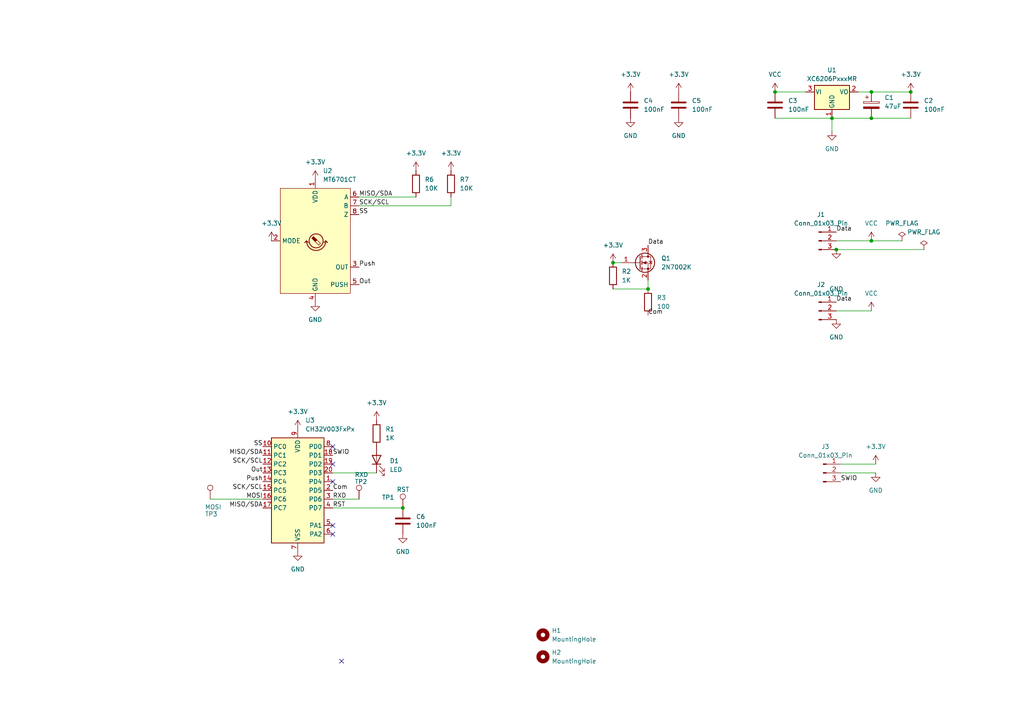
<source format=kicad_sch>
(kicad_sch (version 20231120) (generator "eeschema") (generator_version "8.0")
  (paper "A4")
  (lib_symbols
    (symbol "Connector:Conn_01x03_Pin" (pin_names (offset 1.016) hide)
      (property "Reference" "J" (at 0 5.08 0))
      (property "Value" "Conn_01x03_Pin" (at 0 -5.08 0))
      (symbol "Conn_01x03_Pin_1_1"
        (polyline (pts (xy 1.27 -2.54) (xy 0.8636 -2.54)) (stroke (width 0.1524)))
        (polyline (pts (xy 1.27 0) (xy 0.8636 0)) (stroke (width 0.1524)))
        (polyline (pts (xy 1.27 2.54) (xy 0.8636 2.54)) (stroke (width 0.1524)))
        (rectangle (start 0.8636 -2.413) (end 0 -2.667) (stroke (width 0.1524)) (fill (type outline)))
        (rectangle (start 0.8636 0.127) (end 0 -0.127) (stroke (width 0.1524)) (fill (type outline)))
        (rectangle (start 0.8636 2.667) (end 0 2.413) (stroke (width 0.1524)) (fill (type outline)))
        (pin passive line (at 5.08 2.54 180) (length 3.81) (name "Pin_1") (number "1"))
        (pin passive line (at 5.08 0 180) (length 3.81) (name "Pin_2") (number "2"))
        (pin passive line (at 5.08 -2.54 180) (length 3.81) (name "Pin_3") (number "3"))
      )
    )
    (symbol "Connector:TestPoint" (pin_numbers hide) (pin_names (offset 0.762) hide)
      (property "Reference" "TP" (at 0 6.858 0))
      (property "Value" "TestPoint" (at 0 5.08 0))
      (symbol "TestPoint_0_1"
        (circle (center 0 3.302) (radius 0.762))
      )
      (symbol "TestPoint_1_1"
        (pin passive line (at 0 0 90) (length 2.54) (name "1") (number "1"))
      )
    )
    (symbol "Device:C" (pin_numbers hide) (pin_names (offset 0.254))
      (property "Reference" "C" (at 0.635 2.54 0))
      (property "Value" "C" (at 0.635 -2.54 0))
      (symbol "C_0_1"
        (polyline (pts (xy -2.032 -0.762) (xy 2.032 -0.762)) (stroke (width 0.508)))
        (polyline (pts (xy -2.032 0.762) (xy 2.032 0.762)) (stroke (width 0.508)))
      )
      (symbol "C_1_1"
        (pin passive line (at 0 3.81 270) (length 2.794) (name "~") (number "1"))
        (pin passive line (at 0 -3.81 90) (length 2.794) (name "~") (number "2"))
      )
    )
    (symbol "Device:C_Polarized" (pin_numbers hide) (pin_names (offset 0.254))
      (property "Reference" "C" (at 0.635 2.54 0))
      (property "Value" "C_Polarized" (at 0.635 -2.54 0))
      (symbol "C_Polarized_0_1"
        (rectangle (start -2.286 0.508) (end 2.286 1.016))
        (polyline (pts (xy -1.778 2.286) (xy -0.762 2.286)))
        (polyline (pts (xy -1.27 2.794) (xy -1.27 1.778)))
        (rectangle (start 2.286 -0.508) (end -2.286 -1.016) (fill (type outline)))
      )
      (symbol "C_Polarized_1_1"
        (pin passive line (at 0 3.81 270) (length 2.794) (name "~") (number "1"))
        (pin passive line (at 0 -3.81 90) (length 2.794) (name "~") (number "2"))
      )
    )
    (symbol "Device:LED" (pin_numbers hide) (pin_names (offset 1.016) hide)
      (property "Reference" "D" (at 0 2.54 0))
      (property "Value" "LED" (at 0 -2.54 0))
      (symbol "LED_0_1"
        (polyline (pts (xy -1.27 -1.27) (xy -1.27 1.27)) (stroke (width 0.254)))
        (polyline (pts (xy -1.27 0) (xy 1.27 0)))
        (polyline (pts (xy 1.27 -1.27) (xy 1.27 1.27) (xy -1.27 0) (xy 1.27 -1.27)) (stroke (width 0.254)))
        (polyline (pts (xy -3.048 -0.762) (xy -4.572 -2.286) (xy -3.81 -2.286) (xy -4.572 -2.286) (xy -4.572 -1.524)))
        (polyline (pts (xy -1.778 -0.762) (xy -3.302 -2.286) (xy -2.54 -2.286) (xy -3.302 -2.286) (xy -3.302 -1.524)))
      )
      (symbol "LED_1_1"
        (pin passive line (at -3.81 0 0) (length 2.54) (name "K") (number "1"))
        (pin passive line (at 3.81 0 180) (length 2.54) (name "A") (number "2"))
      )
    )
    (symbol "Device:R" (pin_numbers hide) (pin_names (offset 0))
      (property "Reference" "R" (at 2.032 0 90))
      (property "Value" "R" (at 0 0 90))
      (symbol "R_0_1"
        (rectangle (start -1.016 -2.54) (end 1.016 2.54) (stroke (width 0.254)))
      )
      (symbol "R_1_1"
        (pin passive line (at 0 3.81 270) (length 1.27) (name "~") (number "1"))
        (pin passive line (at 0 -3.81 90) (length 1.27) (name "~") (number "2"))
      )
    )
    (symbol "MCU_WCH_CH32V0:CH32V003FxPx"
      (property "Reference" "U" (at -7.62 17.78 0))
      (property "Value" "CH32V003FxPx" (at 7.62 17.78 0))
      (symbol "CH32V003FxPx_1_1"
        (rectangle (start -7.62 15.24) (end 7.62 -15.24) (stroke (width 0.254)) (fill (type background)))
        (pin bidirectional line (at 10.16 2.54 180) (length 2.54) (name "PD4") (number "1"))
        (pin bidirectional line (at -10.16 12.7 0) (length 2.54) (name "PC0") (number "10"))
        (pin bidirectional line (at -10.16 10.16 0) (length 2.54) (name "PC1") (number "11"))
        (pin bidirectional line (at -10.16 7.62 0) (length 2.54) (name "PC2") (number "12"))
        (pin bidirectional line (at -10.16 5.08 0) (length 2.54) (name "PC3") (number "13"))
        (pin bidirectional line (at -10.16 2.54 0) (length 2.54) (name "PC4") (number "14"))
        (pin bidirectional line (at -10.16 0 0) (length 2.54) (name "PC5") (number "15"))
        (pin bidirectional line (at -10.16 -2.54 0) (length 2.54) (name "PC6") (number "16"))
        (pin bidirectional line (at -10.16 -5.08 0) (length 2.54) (name "PC7") (number "17"))
        (pin bidirectional line (at 10.16 10.16 180) (length 2.54) (name "PD1") (number "18"))
        (pin bidirectional line (at 10.16 7.62 180) (length 2.54) (name "PD2") (number "19"))
        (pin bidirectional line (at 10.16 0 180) (length 2.54) (name "PD5") (number "2"))
        (pin bidirectional line (at 10.16 5.08 180) (length 2.54) (name "PD3") (number "20"))
        (pin bidirectional line (at 10.16 -2.54 180) (length 2.54) (name "PD6") (number "3"))
        (pin bidirectional line (at 10.16 -5.08 180) (length 2.54) (name "PD7") (number "4"))
        (pin bidirectional line (at 10.16 -10.16 180) (length 2.54) (name "PA1") (number "5"))
        (pin bidirectional line (at 10.16 -12.7 180) (length 2.54) (name "PA2") (number "6"))
        (pin power_in line (at 0 -17.78 90) (length 2.54) (name "VSS") (number "7"))
        (pin bidirectional line (at 10.16 12.7 180) (length 2.54) (name "PD0") (number "8"))
        (pin power_in line (at 0 17.78 270) (length 2.54) (name "VDD") (number "9"))
      )
    )
    (symbol "Mechanical:MountingHole" (pin_names (offset 1.016)) (exclude_from_sim yes) (in_bom no)
      (property "Reference" "H" (at 0 5.08 0))
      (property "Value" "MountingHole" (at 0 3.175 0))
      (symbol "MountingHole_0_1"
        (circle (center 0 0) (radius 1.27) (stroke (width 1.27)))
      )
    )
    (symbol "Regulator_Linear:XC6206PxxxMR" (pin_names (offset 0.254))
      (property "Reference" "U" (at -3.81 3.175 0))
      (property "Value" "XC6206PxxxMR" (at 0 3.175 0))
      (symbol "XC6206PxxxMR_0_1"
        (rectangle (start -5.08 1.905) (end 5.08 -5.08) (stroke (width 0.254)) (fill (type background)))
      )
      (symbol "XC6206PxxxMR_1_1"
        (pin power_in line (at 0 -7.62 90) (length 2.54) (name "GND") (number "1"))
        (pin power_out line (at 7.62 0 180) (length 2.54) (name "VO") (number "2"))
        (pin power_in line (at -7.62 0 0) (length 2.54) (name "VI") (number "3"))
      )
    )
    (symbol "Sensor_Magnetic:MT6701CT"
      (property "Reference" "U" (at -9.6632 16.4397 0))
      (property "Value" "MT6701CT" (at 5.5155 16.4397 0))
      (symbol "MT6701CT_0_1"
        (arc (start -2.54 0) (mid 0.254 -2.7819) (end 3.048 0) (stroke (width 0.254)))
        (polyline (pts (xy -2.54 0) (xy -3.048 -0.508)) (stroke (width 0.254)))
        (polyline (pts (xy -2.54 0) (xy -2.032 -0.508)) (stroke (width 0.254)))
        (polyline (pts (xy 3.048 0) (xy 2.54 -0.508)) (stroke (width 0.254)))
        (polyline (pts (xy 3.048 0) (xy 3.556 -0.508)) (stroke (width 0.254)))
      )
      (symbol "MT6701CT_1_1"
        (rectangle (start -10.16 15.24) (end 10.16 -15.24) (fill (type background)))
        (polyline (pts (xy 0.508 0.254) (xy 1.524 -0.762) (xy 1.016 -1.27) (xy 0 -0.254)))
        (polyline (pts (xy -0.508 1.27) (xy 0.508 0.254) (xy 0 -0.254) (xy -1.016 0.762) (xy -0.762 1.016) (xy -0.508 1.27) (xy -0.381 1.143)) (fill (type outline)))
        (circle (center 0.254 0) (radius 2.032) (stroke (width 0.254)))
        (pin power_in line (at 0 17.78 270) (length 2.54) (name "VDD") (number "1"))
        (pin input line (at -12.7 0 0) (length 2.54) (name "MODE") (number "2"))
        (pin output line (at 12.7 -7.62 180) (length 2.54) (name "OUT") (number "3"))
        (pin power_in line (at 0 -17.78 90) (length 2.54) (name "GND") (number "4"))
        (pin output line (at 12.7 -12.7 180) (length 2.54) (name "PUSH") (number "5"))
        (pin output line (at 12.7 12.7 180) (length 2.54) (name "A") (number "6"))
        (pin output line (at 12.7 10.16 180) (length 2.54) (name "B") (number "7"))
        (pin output line (at 12.7 7.62 180) (length 2.54) (name "Z") (number "8"))
      )
    )
    (symbol "Transistor_FET:2N7002K" (pin_names hide)
      (property "Reference" "Q" (at 5.08 1.905 0))
      (property "Value" "2N7002K" (at 5.08 0 0))
      (symbol "2N7002K_0_1"
        (polyline (pts (xy 0.254 0) (xy -2.54 0)))
        (polyline (pts (xy 0.254 1.905) (xy 0.254 -1.905)) (stroke (width 0.254)))
        (polyline (pts (xy 0.762 -1.27) (xy 0.762 -2.286)) (stroke (width 0.254)))
        (polyline (pts (xy 0.762 0.508) (xy 0.762 -0.508)) (stroke (width 0.254)))
        (polyline (pts (xy 0.762 2.286) (xy 0.762 1.27)) (stroke (width 0.254)))
        (polyline (pts (xy 2.54 2.54) (xy 2.54 1.778)))
        (polyline (pts (xy 2.54 -2.54) (xy 2.54 0) (xy 0.762 0)))
        (polyline (pts (xy 0.762 -1.778) (xy 3.302 -1.778) (xy 3.302 1.778) (xy 0.762 1.778)))
        (polyline (pts (xy 1.016 0) (xy 2.032 0.381) (xy 2.032 -0.381) (xy 1.016 0)) (fill (type outline)))
        (polyline (pts (xy 2.794 0.508) (xy 2.921 0.381) (xy 3.683 0.381) (xy 3.81 0.254)))
        (polyline (pts (xy 3.302 0.381) (xy 2.921 -0.254) (xy 3.683 -0.254) (xy 3.302 0.381)))
        (circle (center 1.651 0) (radius 2.794) (stroke (width 0.254)))
        (circle (center 2.54 -1.778) (radius 0.254) (fill (type outline)))
        (circle (center 2.54 1.778) (radius 0.254) (fill (type outline)))
      )
      (symbol "2N7002K_1_1"
        (pin input line (at -5.08 0 0) (length 2.54) (name "G") (number "1"))
        (pin passive line (at 2.54 -5.08 90) (length 2.54) (name "S") (number "2"))
        (pin passive line (at 2.54 5.08 270) (length 2.54) (name "D") (number "3"))
      )
    )
    (symbol "power:+3.3V" (power) (pin_numbers hide) (pin_names (offset 0) hide)
      (property "Value" "+3.3V" (at 0 3.556 0))
      (symbol "+3.3V_0_1"
        (polyline (pts (xy -0.762 1.27) (xy 0 2.54)))
        (polyline (pts (xy 0 0) (xy 0 2.54)))
        (polyline (pts (xy 0 2.54) (xy 0.762 1.27)))
      )
      (symbol "+3.3V_1_1"
        (pin power_in line (at 0 0 90) (length 0) (name "~") (number "1"))
      )
    )
    (symbol "power:GND" (power) (pin_numbers hide) (pin_names (offset 0) hide)
      (property "Value" "GND" (at 0 -3.81 0))
      (symbol "GND_0_1"
        (polyline (pts (xy 0 0) (xy 0 -1.27) (xy 1.27 -1.27) (xy 0 -2.54) (xy -1.27 -1.27) (xy 0 -1.27)))
      )
      (symbol "GND_1_1"
        (pin power_in line (at 0 0 270) (length 0) (name "~") (number "1"))
      )
    )
    (symbol "power:PWR_FLAG" (power) (pin_numbers hide) (pin_names (offset 0) hide)
      (property "Value" "PWR_FLAG" (at 0 3.81 0))
      (symbol "PWR_FLAG_0_0"
        (pin power_out line (at 0 0 90) (length 0) (name "~") (number "1"))
      )
      (symbol "PWR_FLAG_0_1"
        (polyline (pts (xy 0 0) (xy 0 1.27) (xy -1.016 1.905) (xy 0 2.54) (xy 1.016 1.905) (xy 0 1.27)))
      )
    )
    (symbol "power:VCC" (power) (pin_numbers hide) (pin_names (offset 0) hide)
      (property "Value" "VCC" (at 0 3.556 0))
      (symbol "VCC_0_1"
        (polyline (pts (xy -0.762 1.27) (xy 0 2.54)))
        (polyline (pts (xy 0 0) (xy 0 2.54)))
        (polyline (pts (xy 0 2.54) (xy 0.762 1.27)))
      )
      (symbol "VCC_1_1"
        (pin power_in line (at 0 0 90) (length 0) (name "~") (number "1"))
      )
    )
  )
  (junction (at 177.8 76.2))
  (junction (at 116.84 147.32))
  (junction (at 224.79 26.67))
  (junction (at 264.16 26.67))
  (junction (at 252.73 69.85))
  (junction (at 252.73 34.29))
  (junction (at 252.73 26.67))
  (junction (at 187.96 83.82))
  (junction (at 241.3 34.29))
  (junction (at 242.57 72.39))
  (no_connect (at 96.52 152.4))
  (no_connect (at 96.52 129.54))
  (no_connect (at 99.06 191.77))
  (no_connect (at 96.52 134.62))
  (no_connect (at 96.52 139.7))
  (no_connect (at 96.52 154.94))
  (wire (pts (xy 242.57 90.17) (xy 252.73 90.17)))
  (wire (pts (xy 243.84 137.16) (xy 254 137.16)))
  (wire (pts (xy 104.14 57.15) (xy 120.65 57.15)))
  (wire (pts (xy 224.79 26.67) (xy 233.68 26.67)))
  (wire (pts (xy 177.8 76.2) (xy 180.34 76.2)))
  (wire (pts (xy 104.14 59.69) (xy 130.81 59.69)))
  (wire (pts (xy 96.52 147.32) (xy 116.84 147.32)))
  (wire (pts (xy 242.57 72.39) (xy 267.97 72.39)))
  (wire (pts (xy 248.92 26.67) (xy 252.73 26.67)))
  (wire (pts (xy 241.3 34.29) (xy 241.3 38.1)))
  (wire (pts (xy 177.8 83.82) (xy 187.96 83.82)))
  (wire (pts (xy 252.73 34.29) (xy 264.16 34.29)))
  (wire (pts (xy 242.57 69.85) (xy 252.73 69.85)))
  (wire (pts (xy 241.3 34.29) (xy 252.73 34.29)))
  (wire (pts (xy 252.73 26.67) (xy 264.16 26.67)))
  (wire (pts (xy 130.81 59.69) (xy 130.81 57.15)))
  (wire (pts (xy 252.73 69.85) (xy 261.62 69.85)))
  (wire (pts (xy 60.96 144.78) (xy 76.2 144.78)))
  (wire (pts (xy 187.96 81.28) (xy 187.96 83.82)))
  (wire (pts (xy 96.52 137.16) (xy 109.22 137.16)))
  (wire (pts (xy 224.79 34.29) (xy 241.3 34.29)))
  (wire (pts (xy 243.84 134.62) (xy 254 134.62)))
  (wire (pts (xy 96.52 144.78) (xy 104.14 144.78)))
  (label "RXD" (at 96.52 144.78 0))
  (label "MISO{slash}SDA" (at 76.2 132.08 180))
  (label "SCK{slash}SCL" (at 104.14 59.69 0))
  (label "Push" (at 76.2 139.7 180))
  (label "RST" (at 96.52 147.32 0))
  (label "Com" (at 187.96 91.44 0))
  (label "MISO{slash}SDA" (at 104.14 57.15 0))
  (label "Push" (at 104.14 77.47 0))
  (label "Out" (at 76.2 137.16 180))
  (label "Com" (at 96.52 142.24 0))
  (label "Data" (at 242.57 87.63 0))
  (label "Data" (at 187.96 71.12 0))
  (label "Out" (at 104.14 82.55 0))
  (label "SCK{slash}SCL" (at 76.2 134.62 180))
  (label "SCK{slash}SCL" (at 76.2 142.24 180))
  (label "SWIO" (at 96.52 132.08 0))
  (label "MOSI" (at 76.2 144.78 180))
  (label "SWIO" (at 243.84 139.7 0))
  (label "Data" (at 242.57 67.31 0))
  (label "SS" (at 104.14 62.23 0))
  (label "SS" (at 76.2 129.54 180))
  (label "MISO{slash}SDA" (at 76.2 147.32 180))
  (symbol (lib_id "power:VCC") (at 252.73 90.17 0) (unit 1)
    (property "Reference" "#PWR06" (effects (hide yes)))
    (property "Value" "VCC" (at 252.73 85.09 0))
    (property "Description" "Power symbol creates a global label with name \"VCC\"" (effects (hide yes)))
  )
  (symbol (lib_id "power:+3.3V") (at 254 134.62 0) (unit 1)
    (property "Reference" "#PWR015" (effects (hide yes)))
    (property "Value" "+3.3V" (at 254 129.54 0))
    (property "Description" "Power symbol creates a global label with name \"+3.3V\"" (effects (hide yes)))
  )
  (symbol (lib_id "Device:C") (at 224.79 30.48 0) (unit 1)
    (property "Reference" "C3" (at 228.6 29.2099 0) (effects (justify left)))
    (property "Value" "100nF" (at 228.6 31.7499 0) (effects (justify left)))
    (property "Footprint" "Capacitor_SMD:C_0603_1608Metric_Pad1.08x0.95mm_HandSolder" (effects (hide yes)))
    (property "Description" "Unpolarized capacitor" (effects (hide yes)))
  )
  (symbol (lib_id "power:PWR_FLAG") (at 267.97 72.39 0) (unit 1)
    (property "Reference" "#FLG03" (effects (hide yes)))
    (property "Value" "PWR_FLAG" (at 267.97 67.31 0))
    (property "Description" "Special symbol for telling ERC where power comes from" (effects (hide yes)))
  )
  (symbol (lib_id "power:+3.3V") (at 78.74 69.85 0) (unit 1)
    (property "Reference" "#PWR022" (effects (hide yes)))
    (property "Value" "+3.3V" (at 78.74 64.77 0))
    (property "Description" "Power symbol creates a global label with name \"+3.3V\"" (effects (hide yes)))
  )
  (symbol (lib_id "power:GND") (at 91.44 87.63 0) (unit 1)
    (property "Reference" "#PWR08" (effects (hide yes)))
    (property "Value" "GND" (at 91.44 92.71 0))
    (property "Description" "Power symbol creates a global label with name \"GND\" , ground" (effects (hide yes)))
  )
  (symbol (lib_id "Device:C") (at 264.16 30.48 0) (unit 1)
    (property "Reference" "C2" (at 267.97 29.2099 0) (effects (justify left)))
    (property "Value" "100nF" (at 267.97 31.7499 0) (effects (justify left)))
    (property "Footprint" "Capacitor_SMD:C_0603_1608Metric_Pad1.08x0.95mm_HandSolder" (effects (hide yes)))
    (property "Description" "Unpolarized capacitor" (effects (hide yes)))
  )
  (symbol (lib_id "power:GND") (at 242.57 72.39 0) (unit 1)
    (property "Reference" "#PWR07" (effects (hide yes)))
    (property "Value" "GND" (at 242.57 83.82 0))
    (property "Description" "Power symbol creates a global label with name \"GND\" , ground" (effects (hide yes)))
  )
  (symbol (lib_id "Device:R") (at 177.8 80.01 0) (unit 1)
    (property "Reference" "R2" (at 180.34 78.7399 0) (effects (justify left)))
    (property "Value" "1K" (at 180.34 81.2799 0) (effects (justify left)))
    (property "Footprint" "Resistor_SMD:R_0603_1608Metric_Pad0.98x0.95mm_HandSolder" (effects (hide yes)))
    (property "Description" "Resistor" (effects (hide yes)))
  )
  (symbol (lib_id "power:VCC") (at 224.79 26.67 0) (unit 1)
    (property "Reference" "#PWR04" (effects (hide yes)))
    (property "Value" "VCC" (at 224.79 21.59 0))
    (property "Description" "Power symbol creates a global label with name \"VCC\"" (effects (hide yes)))
  )
  (symbol (lib_id "Device:R") (at 109.22 125.73 0) (unit 1)
    (property "Reference" "R1" (at 111.76 124.4599 0) (effects (justify left)))
    (property "Value" "1K" (at 111.76 126.9999 0) (effects (justify left)))
    (property "Footprint" "Resistor_SMD:R_0603_1608Metric_Pad0.98x0.95mm_HandSolder" (effects (hide yes)))
    (property "Description" "Resistor" (effects (hide yes)))
  )
  (symbol (lib_id "Connector:Conn_01x03_Pin") (at 238.76 137.16 0) (unit 1)
    (property "Reference" "J3" (at 239.395 129.54 0))
    (property "Value" "Conn_01x03_Pin" (at 239.395 132.08 0))
    (property "Footprint" "Connector_PinHeader_2.54mm:PinHeader_1x03_P2.54mm_Vertical" (effects (hide yes)))
    (property "Description" "Generic connector, single row, 01x03, script generated" (effects (hide yes)))
  )
  (symbol (lib_id "Connector:TestPoint") (at 104.14 144.78 0) (unit 1)
    (property "Reference" "TP2" (at 102.87 139.7 0) (effects (justify left)))
    (property "Value" "RXD" (at 102.87 137.668 0) (effects (justify left)))
    (property "Footprint" "TestPoint:TestPoint_Pad_D1.0mm" (effects (hide yes)))
    (property "Description" "test point" (effects (hide yes)))
  )
  (symbol (lib_id "power:GND") (at 242.57 92.71 0) (unit 1)
    (property "Reference" "#PWR02" (effects (hide yes)))
    (property "Value" "GND" (at 242.57 97.79 0))
    (property "Description" "Power symbol creates a global label with name \"GND\" , ground" (effects (hide yes)))
  )
  (symbol (lib_id "Sensor_Magnetic:MT6701CT") (at 91.44 69.85 0) (unit 1)
    (property "Reference" "U2" (at 93.6341 49.53 0) (effects (justify left)))
    (property "Value" "MT6701CT" (at 93.6341 52.07 0) (effects (justify left)))
    (property "Footprint" "Package_SO:SO-8_3.9x4.9mm_P1.27mm" (effects (hide yes)))
    (property "Datasheet" "https://www.magntek.com.cn/upload/MT6701_Rev.1.5.pdf" (effects (hide yes)))
    (property "Description" "Hall Based Angle Position Encoder Sensor, I2C, SSI, ABZ & UVW interfaces, 3.3..5V supply, SOIC-8" (effects (hide yes)))
  )
  (symbol (lib_id "power:+3.3V") (at 86.36 124.46 0) (unit 1)
    (property "Reference" "#PWR027" (effects (hide yes)))
    (property "Value" "+3.3V" (at 86.36 119.38 0))
    (property "Description" "Power symbol creates a global label with name \"+3.3V\"" (effects (hide yes)))
  )
  (symbol (lib_id "power:GND") (at 116.84 154.94 0) (unit 1)
    (property "Reference" "#PWR021" (effects (hide yes)))
    (property "Value" "GND" (at 116.84 160.02 0))
    (property "Description" "Power symbol creates a global label with name \"GND\" , ground" (effects (hide yes)))
  )
  (symbol (lib_id "power:+3.3V") (at 177.8 76.2 0) (unit 1)
    (property "Reference" "#PWR013" (effects (hide yes)))
    (property "Value" "+3.3V" (at 177.8 71.12 0))
    (property "Description" "Power symbol creates a global label with name \"+3.3V\"" (effects (hide yes)))
  )
  (symbol (lib_id "Transistor_FET:2N7002K") (at 185.42 76.2 0) (unit 1)
    (property "Reference" "Q1" (at 191.77 74.9299 0) (effects (justify left)))
    (property "Value" "2N7002K" (at 191.77 77.4699 0) (effects (justify left)))
    (property "Footprint" "Package_TO_SOT_SMD:SOT-23" (effects (hide yes)))
    (property "Datasheet" "https://www.diodes.com/assets/Datasheets/ds30896.pdf" (effects (hide yes)))
    (property "Description" "0.38A Id, 60V Vds, N-Channel MOSFET, SOT-23" (effects (hide yes)))
  )
  (symbol (lib_id "Device:LED") (at 109.22 133.35 90) (unit 1)
    (property "Reference" "D1" (at 113.03 133.6674 90) (effects (justify right)))
    (property "Value" "LED" (at 113.03 136.2074 90) (effects (justify right)))
    (property "Footprint" "LED_SMD:LED_0603_1608Metric_Pad1.05x0.95mm_HandSolder" (effects (hide yes)))
    (property "Description" "Light emitting diode" (effects (hide yes)))
  )
  (symbol (lib_id "Device:C") (at 182.88 30.48 0) (unit 1)
    (property "Reference" "C4" (at 186.69 29.2099 0) (effects (justify left)))
    (property "Value" "100nF" (at 186.69 31.7499 0) (effects (justify left)))
    (property "Footprint" "Capacitor_SMD:C_0603_1608Metric_Pad1.08x0.95mm_HandSolder" (effects (hide yes)))
    (property "Description" "Unpolarized capacitor" (effects (hide yes)))
  )
  (symbol (lib_id "power:PWR_FLAG") (at 261.62 69.85 0) (unit 1)
    (property "Reference" "#FLG02" (effects (hide yes)))
    (property "Value" "PWR_FLAG" (at 261.62 64.77 0))
    (property "Description" "Special symbol for telling ERC where power comes from" (effects (hide yes)))
  )
  (symbol (lib_id "Connector:TestPoint") (at 116.84 147.32 0) (unit 1)
    (property "Reference" "TP1" (at 110.744 144.272 0) (effects (justify left)))
    (property "Value" "RST" (at 115.062 141.986 0) (effects (justify left)))
    (property "Footprint" "Connector_PinHeader_2.54mm:PinHeader_1x01_P2.54mm_Vertical" (effects (hide yes)))
    (property "Description" "test point" (effects (hide yes)))
  )
  (symbol (lib_id "power:+3.3V") (at 91.44 52.07 0) (unit 1)
    (property "Reference" "#PWR011" (effects (hide yes)))
    (property "Value" "+3.3V" (at 91.44 46.99 0))
    (property "Description" "Power symbol creates a global label with name \"+3.3V\"" (effects (hide yes)))
  )
  (symbol (lib_id "power:+3.3V") (at 196.85 26.67 0) (unit 1)
    (property "Reference" "#PWR018" (effects (hide yes)))
    (property "Value" "+3.3V" (at 196.85 21.59 0))
    (property "Description" "Power symbol creates a global label with name \"+3.3V\"" (effects (hide yes)))
  )
  (symbol (lib_id "power:+3.3V") (at 120.65 49.53 0) (unit 1)
    (property "Reference" "#PWR024" (effects (hide yes)))
    (property "Value" "+3.3V" (at 120.65 44.45 0))
    (property "Description" "Power symbol creates a global label with name \"+3.3V\"" (effects (hide yes)))
  )
  (symbol (lib_id "power:VCC") (at 252.73 69.85 0) (unit 1)
    (property "Reference" "#PWR05" (effects (hide yes)))
    (property "Value" "VCC" (at 252.73 64.77 0))
    (property "Description" "Power symbol creates a global label with name \"VCC\"" (effects (hide yes)))
  )
  (symbol (lib_id "Mechanical:MountingHole") (at 157.48 184.15 0) (unit 1) (exclude_from_sim yes) (in_bom no)
    (property "Reference" "H1" (at 160.02 182.8799 0) (effects (justify left)))
    (property "Value" "MountingHole" (at 160.02 185.4199 0) (effects (justify left)))
    (property "Footprint" "MountingHole:MountingHole_2.2mm_M2_DIN965" (effects (hide yes)))
    (property "Description" "Mounting Hole without connection" (effects (hide yes)))
  )
  (symbol (lib_id "power:GND") (at 254 137.16 0) (unit 1)
    (property "Reference" "#PWR014" (effects (hide yes)))
    (property "Value" "GND" (at 254 142.24 0))
    (property "Description" "Power symbol creates a global label with name \"GND\" , ground" (effects (hide yes)))
  )
  (symbol (lib_id "power:GND") (at 182.88 34.29 0) (unit 1)
    (property "Reference" "#PWR017" (effects (hide yes)))
    (property "Value" "GND" (at 182.88 39.37 0))
    (property "Description" "Power symbol creates a global label with name \"GND\" , ground" (effects (hide yes)))
  )
  (symbol (lib_id "power:GND") (at 196.85 34.29 0) (unit 1)
    (property "Reference" "#PWR019" (effects (hide yes)))
    (property "Value" "GND" (at 196.85 39.37 0))
    (property "Description" "Power symbol creates a global label with name \"GND\" , ground" (effects (hide yes)))
  )
  (symbol (lib_id "Device:R") (at 187.96 87.63 0) (unit 1)
    (property "Reference" "R3" (at 190.5 86.3599 0) (effects (justify left)))
    (property "Value" "100" (at 190.5 88.8999 0) (effects (justify left)))
    (property "Footprint" "Resistor_SMD:R_0603_1608Metric_Pad0.98x0.95mm_HandSolder" (effects (hide yes)))
    (property "Description" "Resistor" (effects (hide yes)))
  )
  (symbol (lib_id "Connector:Conn_01x03_Pin") (at 237.49 90.17 0) (unit 1)
    (property "Reference" "J2" (at 238.125 82.55 0))
    (property "Value" "Conn_01x03_Pin" (at 238.125 85.09 0))
    (property "Footprint" "My_Library:JST_1x03_P2.50mm_Vertical" (effects (hide yes)))
    (property "Description" "Generic connector, single row, 01x03, script generated" (effects (hide yes)))
  )
  (symbol (lib_id "Device:C_Polarized") (at 252.73 30.48 0) (unit 1)
    (property "Reference" "C1" (at 256.54 28.3209 0) (effects (justify left)))
    (property "Value" "47uF" (at 256.54 30.8609 0) (effects (justify left)))
    (property "Footprint" "Capacitor_Tantalum_SMD:CP_EIA-3216-18_Kemet-A_Pad1.58x1.35mm_HandSolder" (effects (hide yes)))
    (property "Description" "Polarized capacitor" (effects (hide yes)))
  )
  (symbol (lib_id "Connector:TestPoint") (at 60.96 144.78 0) (unit 1)
    (property "Reference" "TP3" (at 59.436 149.098 0) (effects (justify left)))
    (property "Value" "MOSI" (at 59.436 147.066 0) (effects (justify left)))
    (property "Footprint" "TestPoint:TestPoint_Pad_D1.0mm" (effects (hide yes)))
    (property "Description" "test point" (effects (hide yes)))
  )
  (symbol (lib_id "Regulator_Linear:XC6206PxxxMR") (at 241.3 26.67 0) (unit 1)
    (property "Reference" "U1" (at 241.3 20.32 0))
    (property "Value" "XC6206PxxxMR" (at 241.3 22.86 0))
    (property "Footprint" "Package_TO_SOT_SMD:SOT-23-3" (effects (hide yes)))
    (property "Datasheet" "https://www.torexsemi.com/file/xc6206/XC6206.pdf" (effects (hide yes)))
    (property "Description" "Positive 60-250mA Low Dropout Regulator, Fixed Output, SOT-23" (effects (hide yes)))
  )
  (symbol (lib_id "Connector:Conn_01x03_Pin") (at 237.49 69.85 0) (unit 1)
    (property "Reference" "J1" (at 238.125 62.23 0))
    (property "Value" "Conn_01x03_Pin" (at 238.125 64.77 0))
    (property "Footprint" "My_Library:JST_1x03_P2.50mm_Vertical" (effects (hide yes)))
    (property "Description" "Generic connector, single row, 01x03, script generated" (effects (hide yes)))
  )
  (symbol (lib_id "Device:C") (at 116.84 151.13 0) (unit 1)
    (property "Reference" "C6" (at 120.65 149.8599 0) (effects (justify left)))
    (property "Value" "100nF" (at 120.65 152.3999 0) (effects (justify left)))
    (property "Footprint" "Capacitor_SMD:C_0603_1608Metric_Pad1.08x0.95mm_HandSolder" (effects (hide yes)))
    (property "Description" "Unpolarized capacitor" (effects (hide yes)))
  )
  (symbol (lib_id "power:GND") (at 241.3 38.1 0) (unit 1)
    (property "Reference" "#PWR01" (effects (hide yes)))
    (property "Value" "GND" (at 241.3 43.18 0))
    (property "Description" "Power symbol creates a global label with name \"GND\" , ground" (effects (hide yes)))
  )
  (symbol (lib_id "Device:R") (at 130.81 53.34 0) (unit 1)
    (property "Reference" "R7" (at 133.35 52.0699 0) (effects (justify left)))
    (property "Value" "10K" (at 133.35 54.6099 0) (effects (justify left)))
    (property "Footprint" "Resistor_SMD:R_0603_1608Metric_Pad0.98x0.95mm_HandSolder" (effects (hide yes)))
    (property "Description" "Resistor" (effects (hide yes)))
  )
  (symbol (lib_id "power:+3.3V") (at 130.81 49.53 0) (unit 1)
    (property "Reference" "#PWR025" (effects (hide yes)))
    (property "Value" "+3.3V" (at 130.81 44.45 0))
    (property "Description" "Power symbol creates a global label with name \"+3.3V\"" (effects (hide yes)))
  )
  (symbol (lib_id "MCU_WCH_CH32V0:CH32V003FxPx") (at 86.36 142.24 0) (unit 1)
    (property "Reference" "U3" (at 88.5541 121.92 0) (effects (justify left)))
    (property "Value" "CH32V003FxPx" (at 88.5541 124.46 0) (effects (justify left)))
    (property "Footprint" "Package_SO:TSSOP-20_4.4x6.5mm_P0.65mm" (effects (hide yes)))
    (property "Datasheet" "https://www.wch-ic.com/products/CH32V003.html" (effects (hide yes)))
    (property "Description" "CH32V003 series are industrial-grade general-purpose microcontrollers designed based on 32-bit RISC-V instruction set and architecture. It adopts QingKe V2A core, RV32EC instruction set, and supports 2 levels of interrupt nesting. The series are mounted with rich peripheral interfaces and function modules. Its internal organizational structure meets the low-cost and low-power embedded application scenarios." (effects (hide yes)))
  )
  (symbol (lib_id "Device:C") (at 196.85 30.48 0) (unit 1)
    (property "Reference" "C5" (at 200.66 29.2099 0) (effects (justify left)))
    (property "Value" "100nF" (at 200.66 31.7499 0) (effects (justify left)))
    (property "Footprint" "Capacitor_SMD:C_0603_1608Metric_Pad1.08x0.95mm_HandSolder" (effects (hide yes)))
    (property "Description" "Unpolarized capacitor" (effects (hide yes)))
  )
  (symbol (lib_id "power:+3.3V") (at 264.16 26.67 0) (unit 1)
    (property "Reference" "#PWR03" (effects (hide yes)))
    (property "Value" "+3.3V" (at 264.16 21.59 0))
    (property "Description" "Power symbol creates a global label with name \"+3.3V\"" (effects (hide yes)))
  )
  (symbol (lib_id "power:+3.3V") (at 109.22 121.92 0) (unit 1)
    (property "Reference" "#PWR012" (effects (hide yes)))
    (property "Value" "+3.3V" (at 109.22 116.84 0))
    (property "Description" "Power symbol creates a global label with name \"+3.3V\"" (effects (hide yes)))
  )
  (symbol (lib_id "power:GND") (at 86.36 160.02 0) (unit 1)
    (property "Reference" "#PWR026" (effects (hide yes)))
    (property "Value" "GND" (at 86.36 165.1 0))
    (property "Description" "Power symbol creates a global label with name \"GND\" , ground" (effects (hide yes)))
  )
  (symbol (lib_id "Device:R") (at 120.65 53.34 0) (unit 1)
    (property "Reference" "R6" (at 123.19 52.0699 0) (effects (justify left)))
    (property "Value" "10K" (at 123.19 54.6099 0) (effects (justify left)))
    (property "Footprint" "Resistor_SMD:R_0603_1608Metric_Pad0.98x0.95mm_HandSolder" (effects (hide yes)))
    (property "Description" "Resistor" (effects (hide yes)))
  )
  (symbol (lib_id "power:+3.3V") (at 182.88 26.67 0) (unit 1)
    (property "Reference" "#PWR016" (effects (hide yes)))
    (property "Value" "+3.3V" (at 182.88 21.59 0))
    (property "Description" "Power symbol creates a global label with name \"+3.3V\"" (effects (hide yes)))
  )
  (symbol (lib_id "Mechanical:MountingHole") (at 157.48 190.5 0) (unit 1) (exclude_from_sim yes) (in_bom no)
    (property "Reference" "H2" (at 160.02 189.2299 0) (effects (justify left)))
    (property "Value" "MountingHole" (at 160.02 191.7699 0) (effects (justify left)))
    (property "Footprint" "MountingHole:MountingHole_2.2mm_M2_DIN965" (effects (hide yes)))
    (property "Description" "Mounting Hole without connection" (effects (hide yes)))
  )
)
</source>
